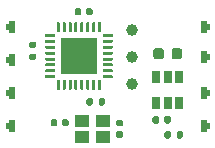
<source format=gbr>
%TF.GenerationSoftware,KiCad,Pcbnew,(5.1.8)-1*%
%TF.CreationDate,2021-10-29T19:36:58+09:00*%
%TF.ProjectId,ykts-mcu-node,796b7473-2d6d-4637-952d-6e6f64652e6b,rev?*%
%TF.SameCoordinates,PX6258c20PY49658d0*%
%TF.FileFunction,Soldermask,Top*%
%TF.FilePolarity,Negative*%
%FSLAX46Y46*%
G04 Gerber Fmt 4.6, Leading zero omitted, Abs format (unit mm)*
G04 Created by KiCad (PCBNEW (5.1.8)-1) date 2021-10-29 19:36:58*
%MOMM*%
%LPD*%
G01*
G04 APERTURE LIST*
%ADD10R,0.500000X1.000000*%
%ADD11C,0.603000*%
%ADD12R,0.650000X1.060000*%
%ADD13R,1.150000X1.000000*%
%ADD14R,3.100000X3.100000*%
%ADD15C,1.000000*%
G04 APERTURE END LIST*
D10*
%TO.C,J4*%
X250000Y-2540000D03*
D11*
X0Y-2540000D03*
%TD*%
D12*
%TO.C,SW1*%
X13462000Y-6774000D03*
X12512000Y-6774000D03*
X14412000Y-6774000D03*
X14412000Y-8974000D03*
X13462000Y-8974000D03*
X12512000Y-8974000D03*
%TD*%
D13*
%TO.C,Y1*%
X6237000Y-10476000D03*
X7987000Y-10476000D03*
X7987000Y-11876000D03*
X6237000Y-11876000D03*
%TD*%
D14*
%TO.C,U1*%
X5946000Y-5020000D03*
G36*
G01*
X3883500Y-6895000D02*
X3133500Y-6895000D01*
G75*
G02*
X3071000Y-6832500I0J62500D01*
G01*
X3071000Y-6707500D01*
G75*
G02*
X3133500Y-6645000I62500J0D01*
G01*
X3883500Y-6645000D01*
G75*
G02*
X3946000Y-6707500I0J-62500D01*
G01*
X3946000Y-6832500D01*
G75*
G02*
X3883500Y-6895000I-62500J0D01*
G01*
G37*
G36*
G01*
X3883500Y-6395000D02*
X3133500Y-6395000D01*
G75*
G02*
X3071000Y-6332500I0J62500D01*
G01*
X3071000Y-6207500D01*
G75*
G02*
X3133500Y-6145000I62500J0D01*
G01*
X3883500Y-6145000D01*
G75*
G02*
X3946000Y-6207500I0J-62500D01*
G01*
X3946000Y-6332500D01*
G75*
G02*
X3883500Y-6395000I-62500J0D01*
G01*
G37*
G36*
G01*
X3883500Y-5895000D02*
X3133500Y-5895000D01*
G75*
G02*
X3071000Y-5832500I0J62500D01*
G01*
X3071000Y-5707500D01*
G75*
G02*
X3133500Y-5645000I62500J0D01*
G01*
X3883500Y-5645000D01*
G75*
G02*
X3946000Y-5707500I0J-62500D01*
G01*
X3946000Y-5832500D01*
G75*
G02*
X3883500Y-5895000I-62500J0D01*
G01*
G37*
G36*
G01*
X3883500Y-5395000D02*
X3133500Y-5395000D01*
G75*
G02*
X3071000Y-5332500I0J62500D01*
G01*
X3071000Y-5207500D01*
G75*
G02*
X3133500Y-5145000I62500J0D01*
G01*
X3883500Y-5145000D01*
G75*
G02*
X3946000Y-5207500I0J-62500D01*
G01*
X3946000Y-5332500D01*
G75*
G02*
X3883500Y-5395000I-62500J0D01*
G01*
G37*
G36*
G01*
X3883500Y-4895000D02*
X3133500Y-4895000D01*
G75*
G02*
X3071000Y-4832500I0J62500D01*
G01*
X3071000Y-4707500D01*
G75*
G02*
X3133500Y-4645000I62500J0D01*
G01*
X3883500Y-4645000D01*
G75*
G02*
X3946000Y-4707500I0J-62500D01*
G01*
X3946000Y-4832500D01*
G75*
G02*
X3883500Y-4895000I-62500J0D01*
G01*
G37*
G36*
G01*
X3883500Y-4395000D02*
X3133500Y-4395000D01*
G75*
G02*
X3071000Y-4332500I0J62500D01*
G01*
X3071000Y-4207500D01*
G75*
G02*
X3133500Y-4145000I62500J0D01*
G01*
X3883500Y-4145000D01*
G75*
G02*
X3946000Y-4207500I0J-62500D01*
G01*
X3946000Y-4332500D01*
G75*
G02*
X3883500Y-4395000I-62500J0D01*
G01*
G37*
G36*
G01*
X3883500Y-3895000D02*
X3133500Y-3895000D01*
G75*
G02*
X3071000Y-3832500I0J62500D01*
G01*
X3071000Y-3707500D01*
G75*
G02*
X3133500Y-3645000I62500J0D01*
G01*
X3883500Y-3645000D01*
G75*
G02*
X3946000Y-3707500I0J-62500D01*
G01*
X3946000Y-3832500D01*
G75*
G02*
X3883500Y-3895000I-62500J0D01*
G01*
G37*
G36*
G01*
X3883500Y-3395000D02*
X3133500Y-3395000D01*
G75*
G02*
X3071000Y-3332500I0J62500D01*
G01*
X3071000Y-3207500D01*
G75*
G02*
X3133500Y-3145000I62500J0D01*
G01*
X3883500Y-3145000D01*
G75*
G02*
X3946000Y-3207500I0J-62500D01*
G01*
X3946000Y-3332500D01*
G75*
G02*
X3883500Y-3395000I-62500J0D01*
G01*
G37*
G36*
G01*
X4258500Y-3020000D02*
X4133500Y-3020000D01*
G75*
G02*
X4071000Y-2957500I0J62500D01*
G01*
X4071000Y-2207500D01*
G75*
G02*
X4133500Y-2145000I62500J0D01*
G01*
X4258500Y-2145000D01*
G75*
G02*
X4321000Y-2207500I0J-62500D01*
G01*
X4321000Y-2957500D01*
G75*
G02*
X4258500Y-3020000I-62500J0D01*
G01*
G37*
G36*
G01*
X4758500Y-3020000D02*
X4633500Y-3020000D01*
G75*
G02*
X4571000Y-2957500I0J62500D01*
G01*
X4571000Y-2207500D01*
G75*
G02*
X4633500Y-2145000I62500J0D01*
G01*
X4758500Y-2145000D01*
G75*
G02*
X4821000Y-2207500I0J-62500D01*
G01*
X4821000Y-2957500D01*
G75*
G02*
X4758500Y-3020000I-62500J0D01*
G01*
G37*
G36*
G01*
X5258500Y-3020000D02*
X5133500Y-3020000D01*
G75*
G02*
X5071000Y-2957500I0J62500D01*
G01*
X5071000Y-2207500D01*
G75*
G02*
X5133500Y-2145000I62500J0D01*
G01*
X5258500Y-2145000D01*
G75*
G02*
X5321000Y-2207500I0J-62500D01*
G01*
X5321000Y-2957500D01*
G75*
G02*
X5258500Y-3020000I-62500J0D01*
G01*
G37*
G36*
G01*
X5758500Y-3020000D02*
X5633500Y-3020000D01*
G75*
G02*
X5571000Y-2957500I0J62500D01*
G01*
X5571000Y-2207500D01*
G75*
G02*
X5633500Y-2145000I62500J0D01*
G01*
X5758500Y-2145000D01*
G75*
G02*
X5821000Y-2207500I0J-62500D01*
G01*
X5821000Y-2957500D01*
G75*
G02*
X5758500Y-3020000I-62500J0D01*
G01*
G37*
G36*
G01*
X6258500Y-3020000D02*
X6133500Y-3020000D01*
G75*
G02*
X6071000Y-2957500I0J62500D01*
G01*
X6071000Y-2207500D01*
G75*
G02*
X6133500Y-2145000I62500J0D01*
G01*
X6258500Y-2145000D01*
G75*
G02*
X6321000Y-2207500I0J-62500D01*
G01*
X6321000Y-2957500D01*
G75*
G02*
X6258500Y-3020000I-62500J0D01*
G01*
G37*
G36*
G01*
X6758500Y-3020000D02*
X6633500Y-3020000D01*
G75*
G02*
X6571000Y-2957500I0J62500D01*
G01*
X6571000Y-2207500D01*
G75*
G02*
X6633500Y-2145000I62500J0D01*
G01*
X6758500Y-2145000D01*
G75*
G02*
X6821000Y-2207500I0J-62500D01*
G01*
X6821000Y-2957500D01*
G75*
G02*
X6758500Y-3020000I-62500J0D01*
G01*
G37*
G36*
G01*
X7258500Y-3020000D02*
X7133500Y-3020000D01*
G75*
G02*
X7071000Y-2957500I0J62500D01*
G01*
X7071000Y-2207500D01*
G75*
G02*
X7133500Y-2145000I62500J0D01*
G01*
X7258500Y-2145000D01*
G75*
G02*
X7321000Y-2207500I0J-62500D01*
G01*
X7321000Y-2957500D01*
G75*
G02*
X7258500Y-3020000I-62500J0D01*
G01*
G37*
G36*
G01*
X7758500Y-3020000D02*
X7633500Y-3020000D01*
G75*
G02*
X7571000Y-2957500I0J62500D01*
G01*
X7571000Y-2207500D01*
G75*
G02*
X7633500Y-2145000I62500J0D01*
G01*
X7758500Y-2145000D01*
G75*
G02*
X7821000Y-2207500I0J-62500D01*
G01*
X7821000Y-2957500D01*
G75*
G02*
X7758500Y-3020000I-62500J0D01*
G01*
G37*
G36*
G01*
X8758500Y-3395000D02*
X8008500Y-3395000D01*
G75*
G02*
X7946000Y-3332500I0J62500D01*
G01*
X7946000Y-3207500D01*
G75*
G02*
X8008500Y-3145000I62500J0D01*
G01*
X8758500Y-3145000D01*
G75*
G02*
X8821000Y-3207500I0J-62500D01*
G01*
X8821000Y-3332500D01*
G75*
G02*
X8758500Y-3395000I-62500J0D01*
G01*
G37*
G36*
G01*
X8758500Y-3895000D02*
X8008500Y-3895000D01*
G75*
G02*
X7946000Y-3832500I0J62500D01*
G01*
X7946000Y-3707500D01*
G75*
G02*
X8008500Y-3645000I62500J0D01*
G01*
X8758500Y-3645000D01*
G75*
G02*
X8821000Y-3707500I0J-62500D01*
G01*
X8821000Y-3832500D01*
G75*
G02*
X8758500Y-3895000I-62500J0D01*
G01*
G37*
G36*
G01*
X8758500Y-4395000D02*
X8008500Y-4395000D01*
G75*
G02*
X7946000Y-4332500I0J62500D01*
G01*
X7946000Y-4207500D01*
G75*
G02*
X8008500Y-4145000I62500J0D01*
G01*
X8758500Y-4145000D01*
G75*
G02*
X8821000Y-4207500I0J-62500D01*
G01*
X8821000Y-4332500D01*
G75*
G02*
X8758500Y-4395000I-62500J0D01*
G01*
G37*
G36*
G01*
X8758500Y-4895000D02*
X8008500Y-4895000D01*
G75*
G02*
X7946000Y-4832500I0J62500D01*
G01*
X7946000Y-4707500D01*
G75*
G02*
X8008500Y-4645000I62500J0D01*
G01*
X8758500Y-4645000D01*
G75*
G02*
X8821000Y-4707500I0J-62500D01*
G01*
X8821000Y-4832500D01*
G75*
G02*
X8758500Y-4895000I-62500J0D01*
G01*
G37*
G36*
G01*
X8758500Y-5395000D02*
X8008500Y-5395000D01*
G75*
G02*
X7946000Y-5332500I0J62500D01*
G01*
X7946000Y-5207500D01*
G75*
G02*
X8008500Y-5145000I62500J0D01*
G01*
X8758500Y-5145000D01*
G75*
G02*
X8821000Y-5207500I0J-62500D01*
G01*
X8821000Y-5332500D01*
G75*
G02*
X8758500Y-5395000I-62500J0D01*
G01*
G37*
G36*
G01*
X8758500Y-5895000D02*
X8008500Y-5895000D01*
G75*
G02*
X7946000Y-5832500I0J62500D01*
G01*
X7946000Y-5707500D01*
G75*
G02*
X8008500Y-5645000I62500J0D01*
G01*
X8758500Y-5645000D01*
G75*
G02*
X8821000Y-5707500I0J-62500D01*
G01*
X8821000Y-5832500D01*
G75*
G02*
X8758500Y-5895000I-62500J0D01*
G01*
G37*
G36*
G01*
X8758500Y-6395000D02*
X8008500Y-6395000D01*
G75*
G02*
X7946000Y-6332500I0J62500D01*
G01*
X7946000Y-6207500D01*
G75*
G02*
X8008500Y-6145000I62500J0D01*
G01*
X8758500Y-6145000D01*
G75*
G02*
X8821000Y-6207500I0J-62500D01*
G01*
X8821000Y-6332500D01*
G75*
G02*
X8758500Y-6395000I-62500J0D01*
G01*
G37*
G36*
G01*
X8758500Y-6895000D02*
X8008500Y-6895000D01*
G75*
G02*
X7946000Y-6832500I0J62500D01*
G01*
X7946000Y-6707500D01*
G75*
G02*
X8008500Y-6645000I62500J0D01*
G01*
X8758500Y-6645000D01*
G75*
G02*
X8821000Y-6707500I0J-62500D01*
G01*
X8821000Y-6832500D01*
G75*
G02*
X8758500Y-6895000I-62500J0D01*
G01*
G37*
G36*
G01*
X7758500Y-7895000D02*
X7633500Y-7895000D01*
G75*
G02*
X7571000Y-7832500I0J62500D01*
G01*
X7571000Y-7082500D01*
G75*
G02*
X7633500Y-7020000I62500J0D01*
G01*
X7758500Y-7020000D01*
G75*
G02*
X7821000Y-7082500I0J-62500D01*
G01*
X7821000Y-7832500D01*
G75*
G02*
X7758500Y-7895000I-62500J0D01*
G01*
G37*
G36*
G01*
X7258500Y-7895000D02*
X7133500Y-7895000D01*
G75*
G02*
X7071000Y-7832500I0J62500D01*
G01*
X7071000Y-7082500D01*
G75*
G02*
X7133500Y-7020000I62500J0D01*
G01*
X7258500Y-7020000D01*
G75*
G02*
X7321000Y-7082500I0J-62500D01*
G01*
X7321000Y-7832500D01*
G75*
G02*
X7258500Y-7895000I-62500J0D01*
G01*
G37*
G36*
G01*
X6758500Y-7895000D02*
X6633500Y-7895000D01*
G75*
G02*
X6571000Y-7832500I0J62500D01*
G01*
X6571000Y-7082500D01*
G75*
G02*
X6633500Y-7020000I62500J0D01*
G01*
X6758500Y-7020000D01*
G75*
G02*
X6821000Y-7082500I0J-62500D01*
G01*
X6821000Y-7832500D01*
G75*
G02*
X6758500Y-7895000I-62500J0D01*
G01*
G37*
G36*
G01*
X6258500Y-7895000D02*
X6133500Y-7895000D01*
G75*
G02*
X6071000Y-7832500I0J62500D01*
G01*
X6071000Y-7082500D01*
G75*
G02*
X6133500Y-7020000I62500J0D01*
G01*
X6258500Y-7020000D01*
G75*
G02*
X6321000Y-7082500I0J-62500D01*
G01*
X6321000Y-7832500D01*
G75*
G02*
X6258500Y-7895000I-62500J0D01*
G01*
G37*
G36*
G01*
X5758500Y-7895000D02*
X5633500Y-7895000D01*
G75*
G02*
X5571000Y-7832500I0J62500D01*
G01*
X5571000Y-7082500D01*
G75*
G02*
X5633500Y-7020000I62500J0D01*
G01*
X5758500Y-7020000D01*
G75*
G02*
X5821000Y-7082500I0J-62500D01*
G01*
X5821000Y-7832500D01*
G75*
G02*
X5758500Y-7895000I-62500J0D01*
G01*
G37*
G36*
G01*
X5258500Y-7895000D02*
X5133500Y-7895000D01*
G75*
G02*
X5071000Y-7832500I0J62500D01*
G01*
X5071000Y-7082500D01*
G75*
G02*
X5133500Y-7020000I62500J0D01*
G01*
X5258500Y-7020000D01*
G75*
G02*
X5321000Y-7082500I0J-62500D01*
G01*
X5321000Y-7832500D01*
G75*
G02*
X5258500Y-7895000I-62500J0D01*
G01*
G37*
G36*
G01*
X4758500Y-7895000D02*
X4633500Y-7895000D01*
G75*
G02*
X4571000Y-7832500I0J62500D01*
G01*
X4571000Y-7082500D01*
G75*
G02*
X4633500Y-7020000I62500J0D01*
G01*
X4758500Y-7020000D01*
G75*
G02*
X4821000Y-7082500I0J-62500D01*
G01*
X4821000Y-7832500D01*
G75*
G02*
X4758500Y-7895000I-62500J0D01*
G01*
G37*
G36*
G01*
X4258500Y-7895000D02*
X4133500Y-7895000D01*
G75*
G02*
X4071000Y-7832500I0J62500D01*
G01*
X4071000Y-7082500D01*
G75*
G02*
X4133500Y-7020000I62500J0D01*
G01*
X4258500Y-7020000D01*
G75*
G02*
X4321000Y-7082500I0J-62500D01*
G01*
X4321000Y-7832500D01*
G75*
G02*
X4258500Y-7895000I-62500J0D01*
G01*
G37*
%TD*%
D15*
%TO.C,TP3*%
X10414000Y-2794000D03*
%TD*%
%TO.C,TP2*%
X10414000Y-7366000D03*
%TD*%
%TO.C,TP1*%
X10414000Y-5080000D03*
%TD*%
%TO.C,R4*%
G36*
G01*
X13730000Y-11499000D02*
X13730000Y-11869000D01*
G75*
G02*
X13595000Y-12004000I-135000J0D01*
G01*
X13325000Y-12004000D01*
G75*
G02*
X13190000Y-11869000I0J135000D01*
G01*
X13190000Y-11499000D01*
G75*
G02*
X13325000Y-11364000I135000J0D01*
G01*
X13595000Y-11364000D01*
G75*
G02*
X13730000Y-11499000I0J-135000D01*
G01*
G37*
G36*
G01*
X14750000Y-11499000D02*
X14750000Y-11869000D01*
G75*
G02*
X14615000Y-12004000I-135000J0D01*
G01*
X14345000Y-12004000D01*
G75*
G02*
X14210000Y-11869000I0J135000D01*
G01*
X14210000Y-11499000D01*
G75*
G02*
X14345000Y-11364000I135000J0D01*
G01*
X14615000Y-11364000D01*
G75*
G02*
X14750000Y-11499000I0J-135000D01*
G01*
G37*
%TD*%
%TO.C,R3*%
G36*
G01*
X7606000Y-9075000D02*
X7606000Y-8705000D01*
G75*
G02*
X7741000Y-8570000I135000J0D01*
G01*
X8011000Y-8570000D01*
G75*
G02*
X8146000Y-8705000I0J-135000D01*
G01*
X8146000Y-9075000D01*
G75*
G02*
X8011000Y-9210000I-135000J0D01*
G01*
X7741000Y-9210000D01*
G75*
G02*
X7606000Y-9075000I0J135000D01*
G01*
G37*
G36*
G01*
X6586000Y-9075000D02*
X6586000Y-8705000D01*
G75*
G02*
X6721000Y-8570000I135000J0D01*
G01*
X6991000Y-8570000D01*
G75*
G02*
X7126000Y-8705000I0J-135000D01*
G01*
X7126000Y-9075000D01*
G75*
G02*
X6991000Y-9210000I-135000J0D01*
G01*
X6721000Y-9210000D01*
G75*
G02*
X6586000Y-9075000I0J135000D01*
G01*
G37*
%TD*%
%TO.C,R1*%
G36*
G01*
X2217000Y-4332000D02*
X1847000Y-4332000D01*
G75*
G02*
X1712000Y-4197000I0J135000D01*
G01*
X1712000Y-3927000D01*
G75*
G02*
X1847000Y-3792000I135000J0D01*
G01*
X2217000Y-3792000D01*
G75*
G02*
X2352000Y-3927000I0J-135000D01*
G01*
X2352000Y-4197000D01*
G75*
G02*
X2217000Y-4332000I-135000J0D01*
G01*
G37*
G36*
G01*
X2217000Y-5352000D02*
X1847000Y-5352000D01*
G75*
G02*
X1712000Y-5217000I0J135000D01*
G01*
X1712000Y-4947000D01*
G75*
G02*
X1847000Y-4812000I135000J0D01*
G01*
X2217000Y-4812000D01*
G75*
G02*
X2352000Y-4947000I0J-135000D01*
G01*
X2352000Y-5217000D01*
G75*
G02*
X2217000Y-5352000I-135000J0D01*
G01*
G37*
%TD*%
D10*
%TO.C,J8*%
X16514000Y-2540000D03*
D11*
X16764000Y-2540000D03*
%TD*%
D10*
%TO.C,J7*%
X16514000Y-5080000D03*
D11*
X16764000Y-5080000D03*
%TD*%
D10*
%TO.C,J6*%
X16514000Y-8128000D03*
D11*
X16764000Y-8128000D03*
%TD*%
D10*
%TO.C,J5*%
X16514000Y-10922000D03*
D11*
X16764000Y-10922000D03*
%TD*%
D10*
%TO.C,J3*%
X258000Y-5334000D03*
D11*
X8000Y-5334000D03*
%TD*%
D10*
%TO.C,J2*%
X250000Y-8128000D03*
D11*
X0Y-8128000D03*
%TD*%
D10*
%TO.C,J1*%
X250000Y-10922000D03*
D11*
X0Y-10922000D03*
%TD*%
%TO.C,D1*%
G36*
G01*
X12764000Y-10241500D02*
X12764000Y-10586500D01*
G75*
G02*
X12616500Y-10734000I-147500J0D01*
G01*
X12321500Y-10734000D01*
G75*
G02*
X12174000Y-10586500I0J147500D01*
G01*
X12174000Y-10241500D01*
G75*
G02*
X12321500Y-10094000I147500J0D01*
G01*
X12616500Y-10094000D01*
G75*
G02*
X12764000Y-10241500I0J-147500D01*
G01*
G37*
G36*
G01*
X13734000Y-10241500D02*
X13734000Y-10586500D01*
G75*
G02*
X13586500Y-10734000I-147500J0D01*
G01*
X13291500Y-10734000D01*
G75*
G02*
X13144000Y-10586500I0J147500D01*
G01*
X13144000Y-10241500D01*
G75*
G02*
X13291500Y-10094000I147500J0D01*
G01*
X13586500Y-10094000D01*
G75*
G02*
X13734000Y-10241500I0J-147500D01*
G01*
G37*
%TD*%
%TO.C,C4*%
G36*
G01*
X4118000Y-10498000D02*
X4118000Y-10838000D01*
G75*
G02*
X3978000Y-10978000I-140000J0D01*
G01*
X3698000Y-10978000D01*
G75*
G02*
X3558000Y-10838000I0J140000D01*
G01*
X3558000Y-10498000D01*
G75*
G02*
X3698000Y-10358000I140000J0D01*
G01*
X3978000Y-10358000D01*
G75*
G02*
X4118000Y-10498000I0J-140000D01*
G01*
G37*
G36*
G01*
X5078000Y-10498000D02*
X5078000Y-10838000D01*
G75*
G02*
X4938000Y-10978000I-140000J0D01*
G01*
X4658000Y-10978000D01*
G75*
G02*
X4518000Y-10838000I0J140000D01*
G01*
X4518000Y-10498000D01*
G75*
G02*
X4658000Y-10358000I140000J0D01*
G01*
X4938000Y-10358000D01*
G75*
G02*
X5078000Y-10498000I0J-140000D01*
G01*
G37*
%TD*%
%TO.C,C3*%
G36*
G01*
X9228000Y-11376000D02*
X9568000Y-11376000D01*
G75*
G02*
X9708000Y-11516000I0J-140000D01*
G01*
X9708000Y-11796000D01*
G75*
G02*
X9568000Y-11936000I-140000J0D01*
G01*
X9228000Y-11936000D01*
G75*
G02*
X9088000Y-11796000I0J140000D01*
G01*
X9088000Y-11516000D01*
G75*
G02*
X9228000Y-11376000I140000J0D01*
G01*
G37*
G36*
G01*
X9228000Y-10416000D02*
X9568000Y-10416000D01*
G75*
G02*
X9708000Y-10556000I0J-140000D01*
G01*
X9708000Y-10836000D01*
G75*
G02*
X9568000Y-10976000I-140000J0D01*
G01*
X9228000Y-10976000D01*
G75*
G02*
X9088000Y-10836000I0J140000D01*
G01*
X9088000Y-10556000D01*
G75*
G02*
X9228000Y-10416000I140000J0D01*
G01*
G37*
%TD*%
%TO.C,C2*%
G36*
G01*
X6150000Y-1100000D02*
X6150000Y-1440000D01*
G75*
G02*
X6010000Y-1580000I-140000J0D01*
G01*
X5730000Y-1580000D01*
G75*
G02*
X5590000Y-1440000I0J140000D01*
G01*
X5590000Y-1100000D01*
G75*
G02*
X5730000Y-960000I140000J0D01*
G01*
X6010000Y-960000D01*
G75*
G02*
X6150000Y-1100000I0J-140000D01*
G01*
G37*
G36*
G01*
X7110000Y-1100000D02*
X7110000Y-1440000D01*
G75*
G02*
X6970000Y-1580000I-140000J0D01*
G01*
X6690000Y-1580000D01*
G75*
G02*
X6550000Y-1440000I0J140000D01*
G01*
X6550000Y-1100000D01*
G75*
G02*
X6690000Y-960000I140000J0D01*
G01*
X6970000Y-960000D01*
G75*
G02*
X7110000Y-1100000I0J-140000D01*
G01*
G37*
%TD*%
%TO.C,C1*%
G36*
G01*
X13137000Y-4576000D02*
X13137000Y-5076000D01*
G75*
G02*
X12912000Y-5301000I-225000J0D01*
G01*
X12462000Y-5301000D01*
G75*
G02*
X12237000Y-5076000I0J225000D01*
G01*
X12237000Y-4576000D01*
G75*
G02*
X12462000Y-4351000I225000J0D01*
G01*
X12912000Y-4351000D01*
G75*
G02*
X13137000Y-4576000I0J-225000D01*
G01*
G37*
G36*
G01*
X14687000Y-4576000D02*
X14687000Y-5076000D01*
G75*
G02*
X14462000Y-5301000I-225000J0D01*
G01*
X14012000Y-5301000D01*
G75*
G02*
X13787000Y-5076000I0J225000D01*
G01*
X13787000Y-4576000D01*
G75*
G02*
X14012000Y-4351000I225000J0D01*
G01*
X14462000Y-4351000D01*
G75*
G02*
X14687000Y-4576000I0J-225000D01*
G01*
G37*
%TD*%
M02*

</source>
